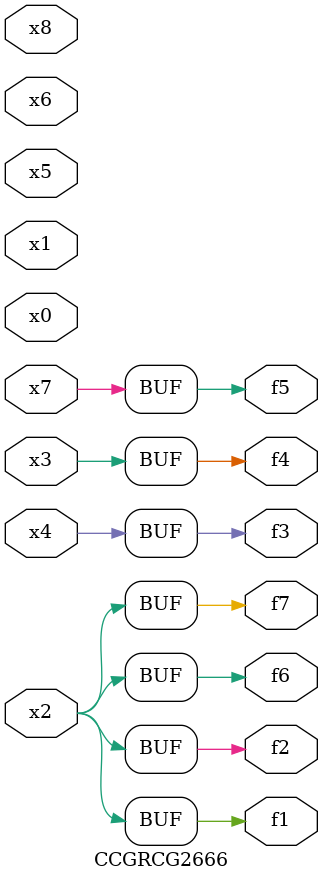
<source format=v>
module CCGRCG2666(
	input x0, x1, x2, x3, x4, x5, x6, x7, x8,
	output f1, f2, f3, f4, f5, f6, f7
);
	assign f1 = x2;
	assign f2 = x2;
	assign f3 = x4;
	assign f4 = x3;
	assign f5 = x7;
	assign f6 = x2;
	assign f7 = x2;
endmodule

</source>
